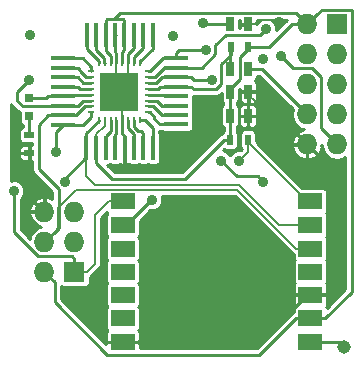
<source format=gbr>
%FSLAX46Y46*%
G04 Gerber Fmt 4.6, Leading zero omitted, Abs format (unit mm)*
G04 Created by KiCad (PCBNEW (2014-jul-16 BZR unknown)-product) date Wed 29 Oct 2014 15:34:50 GMT*
%MOMM*%
G01*
G04 APERTURE LIST*
%ADD10C,0.100000*%
%ADD11R,1.998980X1.399540*%
%ADD12R,0.635000X1.143000*%
%ADD13R,0.797560X0.797560*%
%ADD14R,0.449580X1.998980*%
%ADD15R,1.998980X0.449580*%
%ADD16R,0.248920X0.599440*%
%ADD17R,0.599440X0.248920*%
%ADD18R,3.299460X3.299460*%
%ADD19R,1.727200X1.727200*%
%ADD20O,1.727200X1.727200*%
%ADD21R,0.900000X0.500000*%
%ADD22R,0.500000X0.900000*%
%ADD23C,1.143000*%
%ADD24C,0.906400*%
%ADD25C,0.203200*%
%ADD26C,0.254000*%
G04 APERTURE END LIST*
D10*
D11*
X148894800Y-109618780D03*
X148866860Y-111620300D03*
X148866860Y-113619280D03*
X148866860Y-115570000D03*
X148866860Y-117520720D03*
X148866860Y-119519700D03*
X148866860Y-121521220D03*
X164767260Y-121521220D03*
X164767260Y-119519700D03*
X164767260Y-117520720D03*
X164767260Y-115570000D03*
X164767260Y-113619280D03*
X164767260Y-111620300D03*
X164767260Y-109618780D03*
D12*
X159512000Y-98425000D03*
X157988000Y-98425000D03*
X157988000Y-100330000D03*
X159512000Y-100330000D03*
X157950000Y-102372000D03*
X159474000Y-102372000D03*
X157988000Y-94615000D03*
X159512000Y-94615000D03*
D13*
X140970000Y-100850700D03*
X140970000Y-102349300D03*
D14*
X145813780Y-95514160D03*
X146613880Y-95514160D03*
X147413980Y-95514160D03*
X148214080Y-95514160D03*
X149014180Y-95514160D03*
X149814280Y-95514160D03*
X150614380Y-95514160D03*
X151414480Y-95514160D03*
X151409400Y-105079800D03*
X145796000Y-105079800D03*
X146608800Y-105079800D03*
X147421600Y-105079800D03*
X148209000Y-105079800D03*
X149021800Y-105079800D03*
X149809200Y-105079800D03*
X150622000Y-105079800D03*
D15*
X153416000Y-97505520D03*
X153416000Y-98303080D03*
X153416000Y-99105720D03*
X153416000Y-99903280D03*
X153416000Y-100705920D03*
X153416000Y-101503480D03*
X153416000Y-102306120D03*
X153416000Y-103103680D03*
X143814800Y-97510600D03*
X143814800Y-98298000D03*
X143814800Y-99110800D03*
X143814800Y-99898200D03*
X143814800Y-100685600D03*
X143814800Y-101498400D03*
X143814800Y-102311200D03*
X143814800Y-103124000D03*
D16*
X150337520Y-97932240D03*
X149837140Y-97932240D03*
X149336760Y-97932240D03*
X148836380Y-97932240D03*
X148338540Y-97932240D03*
X147838160Y-97932240D03*
X147337780Y-97932240D03*
X146837400Y-97932240D03*
D17*
X146187160Y-100578920D03*
X146187160Y-101076760D03*
X146187160Y-101577140D03*
X146187160Y-102077520D03*
D18*
X148590000Y-100330000D03*
D17*
X146187160Y-98579940D03*
X146187160Y-99080320D03*
X146187160Y-99580700D03*
X146187160Y-100078540D03*
D16*
X146842480Y-102727760D03*
X147342860Y-102730300D03*
X147840700Y-102730300D03*
X148341080Y-102730300D03*
X148841460Y-102730300D03*
X149341840Y-102730300D03*
X149842220Y-102730300D03*
X150342600Y-102730300D03*
D17*
X150990300Y-102080060D03*
X150990300Y-101579680D03*
X150990300Y-101079300D03*
X150990300Y-100581460D03*
X150990300Y-100081080D03*
X150990300Y-99580700D03*
X150990300Y-99080320D03*
X150990300Y-98579940D03*
D19*
X167005000Y-94615000D03*
D20*
X164465000Y-94615000D03*
X167005000Y-97155000D03*
X164465000Y-97155000D03*
X167005000Y-99695000D03*
X164465000Y-99695000D03*
X167005000Y-102235000D03*
X164465000Y-102235000D03*
X167005000Y-104775000D03*
X164465000Y-104775000D03*
D21*
X140970000Y-104025000D03*
X140970000Y-105525000D03*
D22*
X157962000Y-104404000D03*
X159462000Y-104404000D03*
X158000000Y-96520000D03*
X159500000Y-96520000D03*
D19*
X144780000Y-115570000D03*
D20*
X142240000Y-115570000D03*
X144780000Y-113030000D03*
X142240000Y-113030000D03*
X144780000Y-110490000D03*
X142240000Y-110490000D03*
D23*
X167640000Y-121920000D03*
D24*
X153124000Y-95641000D03*
X160744000Y-97546000D03*
X163919000Y-106563000D03*
X146393000Y-119136000D03*
X162268000Y-106055000D03*
X154648000Y-104531000D03*
X141059000Y-95514000D03*
X147536000Y-99578000D03*
X148590000Y-100330000D03*
X152870000Y-106690000D03*
X161379000Y-101229000D03*
X162141000Y-94445909D03*
X140932000Y-99324000D03*
X155664000Y-94498000D03*
X158712000Y-106182000D03*
X143972528Y-107981420D03*
X155918000Y-96784000D03*
X151346000Y-109484000D03*
X160998000Y-95006000D03*
X162268000Y-97292000D03*
X156426000Y-99324000D03*
X157188000Y-106182000D03*
X160744000Y-107960000D03*
X143218000Y-105420000D03*
X139662000Y-108722000D03*
D25*
X160744000Y-97546000D02*
X160617000Y-97419000D01*
D26*
X159512000Y-98425000D02*
X160655000Y-98425000D01*
X160655000Y-98425000D02*
X164465000Y-102235000D01*
X151858920Y-100081080D02*
X152036720Y-99903280D01*
X152036720Y-99903280D02*
X153416000Y-99903280D01*
X150990300Y-100081080D02*
X151858920Y-100081080D01*
X154873611Y-100107401D02*
X154669490Y-99903280D01*
X154669490Y-99903280D02*
X153416000Y-99903280D01*
X158000000Y-97224000D02*
X157209401Y-98014599D01*
X156802033Y-100107401D02*
X154873611Y-100107401D01*
X158000000Y-96520000D02*
X158000000Y-97224000D01*
X157209401Y-99700033D02*
X156802033Y-100107401D01*
X157209401Y-98014599D02*
X157209401Y-99700033D01*
X157988000Y-98425000D02*
X157988000Y-96532000D01*
X157988000Y-96532000D02*
X158000000Y-96520000D01*
D25*
X147342860Y-102730300D02*
X147342860Y-103200140D01*
X146608800Y-103934200D02*
X146608800Y-105079800D01*
X147342860Y-103200140D02*
X146608800Y-103934200D01*
D26*
X148836380Y-97932240D02*
X148836380Y-96955450D01*
X148836380Y-96955450D02*
X149014180Y-96777650D01*
X149014180Y-96777650D02*
X149014180Y-95514160D01*
X147838160Y-97340160D02*
X147413980Y-96915980D01*
X147413980Y-96915980D02*
X147413980Y-95514160D01*
X147838160Y-97932240D02*
X147838160Y-97340160D01*
X149014180Y-95514160D02*
X149014180Y-96321820D01*
X164767260Y-119519700D02*
X166020750Y-119519700D01*
X166020750Y-119519700D02*
X168249601Y-117290849D01*
X168249601Y-117290849D02*
X168249601Y-93446599D01*
X168249601Y-93446599D02*
X168173401Y-93370399D01*
X168173401Y-93370399D02*
X165709601Y-93370399D01*
X165328599Y-93751401D02*
X164465000Y-94615000D01*
X165709601Y-93370399D02*
X165328599Y-93751401D01*
X142240000Y-115570000D02*
X143103599Y-116433599D01*
X143103599Y-116433599D02*
X143103599Y-118143021D01*
X143103599Y-118143021D02*
X147562569Y-122601991D01*
X163513770Y-119519700D02*
X164767260Y-119519700D01*
X147562569Y-122601991D02*
X160431479Y-122601991D01*
X160431479Y-122601991D02*
X163513770Y-119519700D01*
X147981510Y-107706000D02*
X154156000Y-107706000D01*
X154156000Y-107706000D02*
X157458000Y-104404000D01*
X157458000Y-104404000D02*
X157962000Y-104404000D01*
X146608800Y-105079800D02*
X146608800Y-106333290D01*
X146608800Y-106333290D02*
X147981510Y-107706000D01*
X157988000Y-100330000D02*
X157988000Y-100076000D01*
X157988000Y-100076000D02*
X158813499Y-99250501D01*
X158813499Y-99250501D02*
X158813499Y-97406501D01*
X158813499Y-97406501D02*
X159500000Y-96720000D01*
X159500000Y-96720000D02*
X159500000Y-96520000D01*
X147540981Y-94133669D02*
X148128777Y-94133669D01*
X148128777Y-94133669D02*
X148887179Y-94133669D01*
X164465000Y-94615000D02*
X163512499Y-93662499D01*
X163512499Y-93662499D02*
X148599947Y-93662499D01*
X148599947Y-93662499D02*
X148128777Y-94133669D01*
X147413980Y-95514160D02*
X147413980Y-94260670D01*
X147413980Y-94260670D02*
X147540981Y-94133669D01*
X148887179Y-94133669D02*
X149014180Y-94260670D01*
X149014180Y-94260670D02*
X149014180Y-95514160D01*
X157962000Y-104404000D02*
X157962000Y-102384000D01*
X157962000Y-102384000D02*
X157950000Y-102372000D01*
X157950000Y-102372000D02*
X157950000Y-100368000D01*
X157950000Y-100368000D02*
X157988000Y-100330000D01*
X163167000Y-94615000D02*
X161262000Y-96520000D01*
X161262000Y-96520000D02*
X159500000Y-96520000D01*
X164465000Y-94615000D02*
X163167000Y-94615000D01*
D10*
X146608800Y-105079800D02*
X146608800Y-104305100D01*
D25*
X147536000Y-99578000D02*
X148288000Y-100330000D01*
X148288000Y-100330000D02*
X148590000Y-100330000D01*
D26*
X148866860Y-121521220D02*
X160467040Y-121521220D01*
X164467540Y-117520720D02*
X164767260Y-117520720D01*
X160467040Y-121521220D02*
X164467540Y-117520720D01*
X164767260Y-117520720D02*
X166020750Y-117520720D01*
X148338540Y-97078540D02*
X148214080Y-96954080D01*
X148214080Y-96954080D02*
X148214080Y-95514160D01*
X148338540Y-97932240D02*
X148338540Y-97078540D01*
X149814280Y-95514160D02*
X149814280Y-96624142D01*
X149814280Y-96624142D02*
X149341841Y-97096581D01*
X149341841Y-97096581D02*
X149341841Y-97327719D01*
X149341841Y-97327719D02*
X149341841Y-97932240D01*
X148841460Y-102730300D02*
X148841460Y-102309931D01*
X149021800Y-104111800D02*
X148841460Y-103931460D01*
X148841460Y-103931460D02*
X148841460Y-102730300D01*
X149021800Y-105079800D02*
X149021800Y-104111800D01*
X166840000Y-116701470D02*
X166840000Y-107150000D01*
X166840000Y-107150000D02*
X164465000Y-104775000D01*
X166020750Y-117520720D02*
X166840000Y-116701470D01*
X149021800Y-105079800D02*
X149021800Y-106333290D01*
X149021800Y-106333290D02*
X149378510Y-106690000D01*
X149378510Y-106690000D02*
X152870000Y-106690000D01*
X159512000Y-100330000D02*
X159512000Y-102334000D01*
X159512000Y-102334000D02*
X159474000Y-102372000D01*
X159474000Y-102372000D02*
X162062000Y-102372000D01*
X162062000Y-102372000D02*
X164465000Y-104775000D01*
D25*
X149336760Y-99583240D02*
X148590000Y-100330000D01*
X149336760Y-97932240D02*
X149336760Y-99583240D01*
X148338540Y-100078540D02*
X148590000Y-100330000D01*
X148338540Y-97932240D02*
X148338540Y-100078540D01*
X148841460Y-100581460D02*
X148590000Y-100330000D01*
X148841460Y-102730300D02*
X148841460Y-100581460D01*
D26*
X140970000Y-105525000D02*
X140970000Y-109220000D01*
X140970000Y-109220000D02*
X142240000Y-110490000D01*
D25*
X160157000Y-101229000D02*
X161379000Y-101229000D01*
X159512000Y-100584000D02*
X160157000Y-101229000D01*
X159512000Y-100330000D02*
X159512000Y-100584000D01*
X161943090Y-94247999D02*
X162141000Y-94445909D01*
X160399701Y-94247999D02*
X161943090Y-94247999D01*
X160032700Y-94615000D02*
X160399701Y-94247999D01*
X159512000Y-94615000D02*
X160032700Y-94615000D01*
D26*
X143814800Y-101498400D02*
X145065588Y-101498400D01*
X145065588Y-101498400D02*
X145487228Y-101076760D01*
X145487228Y-101076760D02*
X145633440Y-101076760D01*
X145633440Y-101076760D02*
X146187160Y-101076760D01*
X140561848Y-99694152D02*
X140678000Y-99578000D01*
X139916000Y-100340000D02*
X140561848Y-99694152D01*
X140561848Y-99694152D02*
X140932000Y-99324000D01*
X139916000Y-101102000D02*
X139916000Y-100340000D01*
X140393681Y-101579681D02*
X139916000Y-101102000D01*
X143814800Y-101498400D02*
X142561310Y-101498400D01*
X142480029Y-101579681D02*
X140393681Y-101579681D01*
X142561310Y-101498400D02*
X142480029Y-101579681D01*
X157988000Y-94615000D02*
X155781000Y-94615000D01*
X155781000Y-94615000D02*
X155664000Y-94498000D01*
D25*
X159462000Y-104404000D02*
X159462000Y-105432000D01*
X159462000Y-105432000D02*
X158712000Y-106182000D01*
X164767260Y-109618780D02*
X164467540Y-109618780D01*
X164467540Y-109618780D02*
X159462000Y-104613240D01*
X159462000Y-104613240D02*
X159462000Y-104404000D01*
D26*
X143814800Y-100685600D02*
X143921480Y-100578920D01*
X143921480Y-100578920D02*
X146187160Y-100578920D01*
X143814800Y-100685600D02*
X142561310Y-100685600D01*
X142561310Y-100685600D02*
X142396210Y-100850700D01*
X142396210Y-100850700D02*
X140970000Y-100850700D01*
X140970000Y-102349300D02*
X140970000Y-104025000D01*
X146837400Y-97932240D02*
X146837400Y-97756980D01*
X146837400Y-97756980D02*
X145813780Y-96733360D01*
X145813780Y-96733360D02*
X145813780Y-95514160D01*
X146613880Y-95514160D02*
X146613880Y-96767650D01*
X146613880Y-96767650D02*
X147294610Y-97448380D01*
X147294610Y-97448380D02*
X147294610Y-97889070D01*
X147294610Y-97889070D02*
X147332699Y-97927159D01*
X147332699Y-97927159D02*
X147332699Y-97932240D01*
X149837140Y-97932240D02*
X149837140Y-97378520D01*
X149837140Y-97378520D02*
X150614380Y-96601280D01*
X150614380Y-96601280D02*
X150614380Y-95514160D01*
X150337520Y-97932240D02*
X150337520Y-97756980D01*
X150337520Y-97756980D02*
X151414480Y-96680020D01*
X151414480Y-96680020D02*
X151414480Y-95514160D01*
X150342600Y-102730300D02*
X150721060Y-102730300D01*
X150721060Y-102730300D02*
X151409400Y-103418640D01*
X151409400Y-103418640D02*
X151409400Y-103826310D01*
X151409400Y-103826310D02*
X151409400Y-105079800D01*
X145796000Y-105079800D02*
X145796000Y-105854500D01*
X145796000Y-105854500D02*
X143972528Y-107677972D01*
X143972528Y-107677972D02*
X143972528Y-107981420D01*
X145796000Y-105079800D02*
X145796000Y-103826310D01*
X145796000Y-103826310D02*
X146837399Y-102784911D01*
X146837399Y-102784911D02*
X146837399Y-102727760D01*
D25*
X145796000Y-107490000D02*
X145796000Y-105079800D01*
X146513799Y-108207799D02*
X145796000Y-107490000D01*
X158727839Y-108207799D02*
X146513799Y-108207799D01*
X164767260Y-111620300D02*
X162140340Y-111620300D01*
X162140340Y-111620300D02*
X158727839Y-108207799D01*
D26*
X147840700Y-102730300D02*
X147840700Y-103106606D01*
X147840700Y-103106606D02*
X147855950Y-103121856D01*
X147855950Y-103121856D02*
X147855950Y-103614208D01*
X147855950Y-103614208D02*
X147421600Y-104048558D01*
X147421600Y-104048558D02*
X147421600Y-105079800D01*
X148209000Y-103985000D02*
X148341080Y-103852920D01*
X148341080Y-103852920D02*
X148341080Y-102730300D01*
X148209000Y-105079800D02*
X148209000Y-103985000D01*
X149809200Y-103908800D02*
X149341840Y-103441440D01*
X149341840Y-103441440D02*
X149341840Y-102730300D01*
X149809200Y-105079800D02*
X149809200Y-103908800D01*
X150188992Y-103642000D02*
X149842220Y-103295228D01*
X149842220Y-103295228D02*
X149842220Y-102730300D01*
X150622000Y-105079800D02*
X150622000Y-103826310D01*
X150622000Y-103826310D02*
X150437690Y-103642000D01*
X150437690Y-103642000D02*
X150188992Y-103642000D01*
X150990300Y-98579940D02*
X151165560Y-98579940D01*
X151165560Y-98579940D02*
X152239980Y-97505520D01*
X152239980Y-97505520D02*
X153416000Y-97505520D01*
X155918000Y-96784000D02*
X153658730Y-96784000D01*
X153658730Y-96784000D02*
X153416000Y-97026730D01*
X153416000Y-97026730D02*
X153416000Y-97505520D01*
X148866860Y-111620300D02*
X149166580Y-111620300D01*
X149166580Y-111620300D02*
X151302880Y-109484000D01*
X151302880Y-109484000D02*
X151346000Y-109484000D01*
X150990300Y-99080320D02*
X151566496Y-99080320D01*
X151566496Y-99080320D02*
X152343736Y-98303080D01*
X152343736Y-98303080D02*
X153416000Y-98303080D01*
X160998000Y-95006000D02*
X160487299Y-95516701D01*
X160487299Y-95516701D02*
X157592667Y-95516701D01*
X157592667Y-95516701D02*
X156701401Y-96407967D01*
X154669490Y-98303080D02*
X153416000Y-98303080D01*
X156701401Y-96407967D02*
X156701401Y-97160033D01*
X156701401Y-97160033D02*
X155558354Y-98303080D01*
X155558354Y-98303080D02*
X154669490Y-98303080D01*
X167005000Y-104775000D02*
X165658801Y-103428801D01*
X165658801Y-103428801D02*
X165658801Y-99121975D01*
X165658801Y-99121975D02*
X164885627Y-98348801D01*
X164885627Y-98348801D02*
X163324801Y-98348801D01*
X163324801Y-98348801D02*
X162268000Y-97292000D01*
X152223408Y-99070000D02*
X153380280Y-99070000D01*
X153380280Y-99070000D02*
X153416000Y-99105720D01*
X150990300Y-99580700D02*
X151712708Y-99580700D01*
X151712708Y-99580700D02*
X152223408Y-99070000D01*
X153416000Y-99105720D02*
X154669490Y-99105720D01*
X154669490Y-99105720D02*
X154887770Y-99324000D01*
X154887770Y-99324000D02*
X156426000Y-99324000D01*
X158512801Y-107506801D02*
X157188000Y-106182000D01*
X160744000Y-107960000D02*
X160290801Y-107506801D01*
X160290801Y-107506801D02*
X158512801Y-107506801D01*
X153416000Y-100705920D02*
X153291540Y-100581460D01*
X153291540Y-100581460D02*
X150990300Y-100581460D01*
X153416000Y-101503480D02*
X152162510Y-101503480D01*
X152162510Y-101503480D02*
X151738330Y-101079300D01*
X151738330Y-101079300D02*
X151544020Y-101079300D01*
X151544020Y-101079300D02*
X150990300Y-101079300D01*
X153416000Y-102306120D02*
X152162510Y-102306120D01*
X152162510Y-102306120D02*
X151436070Y-101579680D01*
X151436070Y-101579680D02*
X150990300Y-101579680D01*
X153416000Y-103103680D02*
X152013920Y-103103680D01*
X152013920Y-103103680D02*
X151544020Y-102633780D01*
X151544020Y-102633780D02*
X151544020Y-102458520D01*
X151544020Y-102458520D02*
X151165560Y-102080060D01*
X151165560Y-102080060D02*
X150990300Y-102080060D01*
X143814800Y-97510600D02*
X145496280Y-97510600D01*
X145496280Y-97510600D02*
X146187160Y-98201480D01*
X146187160Y-98201480D02*
X146187160Y-98579940D01*
X145257673Y-98569673D02*
X145768320Y-99080320D01*
X145768320Y-99080320D02*
X146187160Y-99080320D01*
X143814800Y-98298000D02*
X145068290Y-98298000D01*
X145068290Y-98298000D02*
X145257673Y-98487383D01*
X145257673Y-98487383D02*
X145257673Y-98569673D01*
X143814800Y-99110800D02*
X145068290Y-99110800D01*
X145068290Y-99110800D02*
X145538190Y-99580700D01*
X145538190Y-99580700D02*
X146187160Y-99580700D01*
X145250000Y-100079910D02*
X145251370Y-100078540D01*
X145251370Y-100078540D02*
X146187160Y-100078540D01*
X143814800Y-99898200D02*
X145068290Y-99898200D01*
X145068290Y-99898200D02*
X145250000Y-100079910D01*
X143814800Y-102311200D02*
X144899380Y-102311200D01*
X144899380Y-102311200D02*
X145633440Y-101577140D01*
X145633440Y-101577140D02*
X146187160Y-101577140D01*
X143814800Y-102311200D02*
X142561310Y-102311200D01*
X142561310Y-102311200D02*
X141750201Y-103122309D01*
X141750201Y-103122309D02*
X141750201Y-106887799D01*
X143103599Y-112166401D02*
X142240000Y-113030000D01*
X141750201Y-106887799D02*
X143433801Y-108571399D01*
X143433801Y-108571399D02*
X143433801Y-111836199D01*
X143433801Y-111836199D02*
X143103599Y-112166401D01*
D25*
X164767260Y-113619280D02*
X163564570Y-113619280D01*
X163564570Y-113619280D02*
X158559499Y-108614209D01*
X158559499Y-108614209D02*
X144926557Y-108614209D01*
X144926557Y-108614209D02*
X143408401Y-110132365D01*
X143408401Y-110132365D02*
X143408401Y-111861599D01*
X143408401Y-111861599D02*
X143103599Y-112166401D01*
X164767260Y-113619280D02*
X164625280Y-113619280D01*
D26*
X144780000Y-114452400D02*
X144551401Y-114223801D01*
X144551401Y-114223801D02*
X141666975Y-114223801D01*
X141666975Y-114223801D02*
X139662000Y-112218826D01*
X143218000Y-105420000D02*
X143218000Y-103720800D01*
X143218000Y-103720800D02*
X143814800Y-103124000D01*
X139662000Y-112218826D02*
X139662000Y-108722000D01*
X144780000Y-115570000D02*
X144780000Y-114452400D01*
X143814800Y-103124000D02*
X145519140Y-103124000D01*
X145519140Y-103124000D02*
X146187160Y-102455980D01*
X146187160Y-102455980D02*
X146187160Y-102077520D01*
D25*
X145846800Y-115570000D02*
X144780000Y-115570000D01*
X146520000Y-110790890D02*
X146520000Y-114896800D01*
X146520000Y-114896800D02*
X145846800Y-115570000D01*
X148894800Y-109618780D02*
X147692110Y-109618780D01*
X147692110Y-109618780D02*
X146520000Y-110790890D01*
D26*
X164767260Y-121521220D02*
X167241220Y-121521220D01*
X167241220Y-121521220D02*
X167640000Y-121920000D01*
G36*
X142875001Y-109381021D02*
X142517649Y-109224702D01*
X142467694Y-109214768D01*
X142265400Y-109302822D01*
X142265400Y-110464600D01*
X142285400Y-110464600D01*
X142285400Y-110515400D01*
X142265400Y-110515400D01*
X142265400Y-110535400D01*
X142214600Y-110535400D01*
X142214600Y-110515400D01*
X142214600Y-110464600D01*
X142214600Y-109302822D01*
X142012306Y-109214768D01*
X141962351Y-109224702D01*
X141499277Y-109427269D01*
X141148972Y-109791627D01*
X140964766Y-110262306D01*
X141052797Y-110464600D01*
X142214600Y-110464600D01*
X142214600Y-110515400D01*
X141052797Y-110515400D01*
X140964766Y-110717694D01*
X141148972Y-111188373D01*
X141499277Y-111552731D01*
X141962351Y-111755298D01*
X141985358Y-111759873D01*
X141744272Y-111807828D01*
X141324014Y-112088636D01*
X141043206Y-112508894D01*
X140993287Y-112759851D01*
X140944600Y-112711164D01*
X140944600Y-106098850D01*
X140944600Y-105550400D01*
X140944600Y-105499600D01*
X140944600Y-104951150D01*
X140836650Y-104843200D01*
X140605890Y-104843200D01*
X140434109Y-104843200D01*
X140275405Y-104908938D01*
X140153937Y-105030405D01*
X140088200Y-105189110D01*
X140088200Y-105391650D01*
X140196150Y-105499600D01*
X140944600Y-105499600D01*
X140944600Y-105550400D01*
X140196150Y-105550400D01*
X140088200Y-105658350D01*
X140088200Y-105860890D01*
X140153937Y-106019595D01*
X140275405Y-106141062D01*
X140434109Y-106206800D01*
X140605890Y-106206800D01*
X140836650Y-106206800D01*
X140944600Y-106098850D01*
X140944600Y-112711164D01*
X140220800Y-111987364D01*
X140220800Y-109414662D01*
X140411829Y-109223967D01*
X140546846Y-108898810D01*
X140547153Y-108546735D01*
X140412704Y-108221343D01*
X140163967Y-107972171D01*
X139838810Y-107837154D01*
X139486735Y-107836847D01*
X139441800Y-107855413D01*
X139441800Y-101378796D01*
X139520869Y-101497131D01*
X139998550Y-101974812D01*
X140139420Y-102068939D01*
X140139420Y-102833970D01*
X140205157Y-102992675D01*
X140326625Y-103114142D01*
X140411200Y-103149174D01*
X140411200Y-103352689D01*
X140275405Y-103408937D01*
X140153938Y-103530405D01*
X140088200Y-103689109D01*
X140088200Y-103860890D01*
X140088200Y-104360890D01*
X140153937Y-104519595D01*
X140275405Y-104641062D01*
X140434109Y-104706800D01*
X140605890Y-104706800D01*
X141191401Y-104706800D01*
X141191401Y-104843200D01*
X141103350Y-104843200D01*
X140995400Y-104951150D01*
X140995400Y-105499600D01*
X141015400Y-105499600D01*
X141015400Y-105550400D01*
X140995400Y-105550400D01*
X140995400Y-106098850D01*
X141103350Y-106206800D01*
X141191401Y-106206800D01*
X141191401Y-106887799D01*
X141233937Y-107101643D01*
X141355070Y-107282930D01*
X142875001Y-108802861D01*
X142875001Y-109381021D01*
X142875001Y-109381021D01*
G37*
X142875001Y-109381021D02*
X142517649Y-109224702D01*
X142467694Y-109214768D01*
X142265400Y-109302822D01*
X142265400Y-110464600D01*
X142285400Y-110464600D01*
X142285400Y-110515400D01*
X142265400Y-110515400D01*
X142265400Y-110535400D01*
X142214600Y-110535400D01*
X142214600Y-110515400D01*
X142214600Y-110464600D01*
X142214600Y-109302822D01*
X142012306Y-109214768D01*
X141962351Y-109224702D01*
X141499277Y-109427269D01*
X141148972Y-109791627D01*
X140964766Y-110262306D01*
X141052797Y-110464600D01*
X142214600Y-110464600D01*
X142214600Y-110515400D01*
X141052797Y-110515400D01*
X140964766Y-110717694D01*
X141148972Y-111188373D01*
X141499277Y-111552731D01*
X141962351Y-111755298D01*
X141985358Y-111759873D01*
X141744272Y-111807828D01*
X141324014Y-112088636D01*
X141043206Y-112508894D01*
X140993287Y-112759851D01*
X140944600Y-112711164D01*
X140944600Y-106098850D01*
X140944600Y-105550400D01*
X140944600Y-105499600D01*
X140944600Y-104951150D01*
X140836650Y-104843200D01*
X140605890Y-104843200D01*
X140434109Y-104843200D01*
X140275405Y-104908938D01*
X140153937Y-105030405D01*
X140088200Y-105189110D01*
X140088200Y-105391650D01*
X140196150Y-105499600D01*
X140944600Y-105499600D01*
X140944600Y-105550400D01*
X140196150Y-105550400D01*
X140088200Y-105658350D01*
X140088200Y-105860890D01*
X140153937Y-106019595D01*
X140275405Y-106141062D01*
X140434109Y-106206800D01*
X140605890Y-106206800D01*
X140836650Y-106206800D01*
X140944600Y-106098850D01*
X140944600Y-112711164D01*
X140220800Y-111987364D01*
X140220800Y-109414662D01*
X140411829Y-109223967D01*
X140546846Y-108898810D01*
X140547153Y-108546735D01*
X140412704Y-108221343D01*
X140163967Y-107972171D01*
X139838810Y-107837154D01*
X139486735Y-107836847D01*
X139441800Y-107855413D01*
X139441800Y-101378796D01*
X139520869Y-101497131D01*
X139998550Y-101974812D01*
X140139420Y-102068939D01*
X140139420Y-102833970D01*
X140205157Y-102992675D01*
X140326625Y-103114142D01*
X140411200Y-103149174D01*
X140411200Y-103352689D01*
X140275405Y-103408937D01*
X140153938Y-103530405D01*
X140088200Y-103689109D01*
X140088200Y-103860890D01*
X140088200Y-104360890D01*
X140153937Y-104519595D01*
X140275405Y-104641062D01*
X140434109Y-104706800D01*
X140605890Y-104706800D01*
X141191401Y-104706800D01*
X141191401Y-104843200D01*
X141103350Y-104843200D01*
X140995400Y-104951150D01*
X140995400Y-105499600D01*
X141015400Y-105499600D01*
X141015400Y-105550400D01*
X140995400Y-105550400D01*
X140995400Y-106098850D01*
X141103350Y-106206800D01*
X141191401Y-106206800D01*
X141191401Y-106887799D01*
X141233937Y-107101643D01*
X141355070Y-107282930D01*
X142875001Y-108802861D01*
X142875001Y-109381021D01*
G36*
X148259480Y-95539560D02*
X148239480Y-95539560D01*
X148239480Y-95559560D01*
X148188680Y-95559560D01*
X148188680Y-95539560D01*
X148168680Y-95539560D01*
X148168680Y-95488760D01*
X148188680Y-95488760D01*
X148188680Y-95468760D01*
X148239480Y-95468760D01*
X148239480Y-95488760D01*
X148259480Y-95488760D01*
X148259480Y-95539560D01*
X148259480Y-95539560D01*
G37*
X148259480Y-95539560D02*
X148239480Y-95539560D01*
X148239480Y-95559560D01*
X148188680Y-95559560D01*
X148188680Y-95539560D01*
X148168680Y-95539560D01*
X148168680Y-95488760D01*
X148188680Y-95488760D01*
X148188680Y-95468760D01*
X148239480Y-95468760D01*
X148239480Y-95488760D01*
X148259480Y-95488760D01*
X148259480Y-95539560D01*
G36*
X148635400Y-100355400D02*
X148615400Y-100355400D01*
X148615400Y-100375400D01*
X148564600Y-100375400D01*
X148564600Y-100355400D01*
X148544600Y-100355400D01*
X148544600Y-100304600D01*
X148564600Y-100304600D01*
X148564600Y-100284600D01*
X148615400Y-100284600D01*
X148615400Y-100304600D01*
X148635400Y-100304600D01*
X148635400Y-100355400D01*
X148635400Y-100355400D01*
G37*
X148635400Y-100355400D02*
X148615400Y-100355400D01*
X148615400Y-100375400D01*
X148564600Y-100375400D01*
X148564600Y-100355400D01*
X148544600Y-100355400D01*
X148544600Y-100304600D01*
X148564600Y-100304600D01*
X148564600Y-100284600D01*
X148615400Y-100284600D01*
X148615400Y-100304600D01*
X148635400Y-100304600D01*
X148635400Y-100355400D01*
G36*
X149859680Y-95539560D02*
X149839680Y-95539560D01*
X149839680Y-95559560D01*
X149788880Y-95559560D01*
X149788880Y-95539560D01*
X149768880Y-95539560D01*
X149768880Y-95488760D01*
X149788880Y-95488760D01*
X149788880Y-95468760D01*
X149839680Y-95468760D01*
X149839680Y-95488760D01*
X149859680Y-95488760D01*
X149859680Y-95539560D01*
X149859680Y-95539560D01*
G37*
X149859680Y-95539560D02*
X149839680Y-95539560D01*
X149839680Y-95559560D01*
X149788880Y-95559560D01*
X149788880Y-95539560D01*
X149768880Y-95539560D01*
X149768880Y-95488760D01*
X149788880Y-95488760D01*
X149788880Y-95468760D01*
X149839680Y-95468760D01*
X149839680Y-95488760D01*
X149859680Y-95488760D01*
X149859680Y-95539560D01*
G36*
X157403200Y-103652142D02*
X157345938Y-103709405D01*
X157280200Y-103868109D01*
X157280200Y-103880566D01*
X157244156Y-103887736D01*
X157062869Y-104008869D01*
X153924538Y-107147200D01*
X148212971Y-107147200D01*
X147576861Y-106511090D01*
X147732280Y-106511090D01*
X147815300Y-106476702D01*
X147898319Y-106511090D01*
X148070100Y-106511090D01*
X148519680Y-106511090D01*
X148615400Y-106471441D01*
X148711119Y-106511090D01*
X148882900Y-106511090D01*
X148888450Y-106511090D01*
X148996400Y-106403140D01*
X148996400Y-105105200D01*
X148976400Y-105105200D01*
X148976400Y-105054400D01*
X148996400Y-105054400D01*
X148996400Y-105034400D01*
X149047200Y-105034400D01*
X149047200Y-105054400D01*
X149067200Y-105054400D01*
X149067200Y-105105200D01*
X149047200Y-105105200D01*
X149047200Y-106403140D01*
X149155150Y-106511090D01*
X149160700Y-106511090D01*
X149332481Y-106511090D01*
X149415500Y-106476702D01*
X149498519Y-106511090D01*
X149670300Y-106511090D01*
X150119880Y-106511090D01*
X150215600Y-106471441D01*
X150311319Y-106511090D01*
X150483100Y-106511090D01*
X150932680Y-106511090D01*
X151015700Y-106476702D01*
X151098719Y-106511090D01*
X151270500Y-106511090D01*
X151720080Y-106511090D01*
X151878785Y-106445353D01*
X152000252Y-106323885D01*
X152065990Y-106165181D01*
X152065990Y-105993400D01*
X152065990Y-103994420D01*
X152000253Y-103835715D01*
X151968200Y-103803662D01*
X151968200Y-103653385D01*
X152013920Y-103662480D01*
X152139862Y-103662480D01*
X152171915Y-103694532D01*
X152330619Y-103760270D01*
X152502400Y-103760270D01*
X154501380Y-103760270D01*
X154660085Y-103694533D01*
X154781552Y-103573065D01*
X154847290Y-103414361D01*
X154847290Y-103242580D01*
X154847290Y-102793000D01*
X154810798Y-102704899D01*
X154847290Y-102616801D01*
X154847290Y-102445020D01*
X154847290Y-101995440D01*
X154809745Y-101904799D01*
X154847290Y-101814161D01*
X154847290Y-101642380D01*
X154847290Y-101192800D01*
X154810798Y-101104699D01*
X154847290Y-101016601D01*
X154847290Y-100844820D01*
X154847290Y-100660965D01*
X154873611Y-100666201D01*
X156802033Y-100666201D01*
X157015876Y-100623665D01*
X157015877Y-100623665D01*
X157197164Y-100502532D01*
X157238700Y-100460996D01*
X157238700Y-100987390D01*
X157304437Y-101146095D01*
X157391200Y-101232857D01*
X157391200Y-101433072D01*
X157387905Y-101434437D01*
X157266438Y-101555905D01*
X157200700Y-101714609D01*
X157200700Y-101886390D01*
X157200700Y-103029390D01*
X157266437Y-103188095D01*
X157387905Y-103309562D01*
X157403200Y-103315897D01*
X157403200Y-103652142D01*
X157403200Y-103652142D01*
G37*
X157403200Y-103652142D02*
X157345938Y-103709405D01*
X157280200Y-103868109D01*
X157280200Y-103880566D01*
X157244156Y-103887736D01*
X157062869Y-104008869D01*
X153924538Y-107147200D01*
X148212971Y-107147200D01*
X147576861Y-106511090D01*
X147732280Y-106511090D01*
X147815300Y-106476702D01*
X147898319Y-106511090D01*
X148070100Y-106511090D01*
X148519680Y-106511090D01*
X148615400Y-106471441D01*
X148711119Y-106511090D01*
X148882900Y-106511090D01*
X148888450Y-106511090D01*
X148996400Y-106403140D01*
X148996400Y-105105200D01*
X148976400Y-105105200D01*
X148976400Y-105054400D01*
X148996400Y-105054400D01*
X148996400Y-105034400D01*
X149047200Y-105034400D01*
X149047200Y-105054400D01*
X149067200Y-105054400D01*
X149067200Y-105105200D01*
X149047200Y-105105200D01*
X149047200Y-106403140D01*
X149155150Y-106511090D01*
X149160700Y-106511090D01*
X149332481Y-106511090D01*
X149415500Y-106476702D01*
X149498519Y-106511090D01*
X149670300Y-106511090D01*
X150119880Y-106511090D01*
X150215600Y-106471441D01*
X150311319Y-106511090D01*
X150483100Y-106511090D01*
X150932680Y-106511090D01*
X151015700Y-106476702D01*
X151098719Y-106511090D01*
X151270500Y-106511090D01*
X151720080Y-106511090D01*
X151878785Y-106445353D01*
X152000252Y-106323885D01*
X152065990Y-106165181D01*
X152065990Y-105993400D01*
X152065990Y-103994420D01*
X152000253Y-103835715D01*
X151968200Y-103803662D01*
X151968200Y-103653385D01*
X152013920Y-103662480D01*
X152139862Y-103662480D01*
X152171915Y-103694532D01*
X152330619Y-103760270D01*
X152502400Y-103760270D01*
X154501380Y-103760270D01*
X154660085Y-103694533D01*
X154781552Y-103573065D01*
X154847290Y-103414361D01*
X154847290Y-103242580D01*
X154847290Y-102793000D01*
X154810798Y-102704899D01*
X154847290Y-102616801D01*
X154847290Y-102445020D01*
X154847290Y-101995440D01*
X154809745Y-101904799D01*
X154847290Y-101814161D01*
X154847290Y-101642380D01*
X154847290Y-101192800D01*
X154810798Y-101104699D01*
X154847290Y-101016601D01*
X154847290Y-100844820D01*
X154847290Y-100660965D01*
X154873611Y-100666201D01*
X156802033Y-100666201D01*
X157015876Y-100623665D01*
X157015877Y-100623665D01*
X157197164Y-100502532D01*
X157238700Y-100460996D01*
X157238700Y-100987390D01*
X157304437Y-101146095D01*
X157391200Y-101232857D01*
X157391200Y-101433072D01*
X157387905Y-101434437D01*
X157266438Y-101555905D01*
X157200700Y-101714609D01*
X157200700Y-101886390D01*
X157200700Y-103029390D01*
X157266437Y-103188095D01*
X157387905Y-103309562D01*
X157403200Y-103315897D01*
X157403200Y-103652142D01*
G36*
X159557400Y-94640400D02*
X159537400Y-94640400D01*
X159537400Y-94660400D01*
X159486600Y-94660400D01*
X159486600Y-94640400D01*
X158870650Y-94640400D01*
X158762700Y-94748350D01*
X158762700Y-94957901D01*
X158737300Y-94957901D01*
X158737300Y-94221299D01*
X158762700Y-94221299D01*
X158762700Y-94481650D01*
X158870650Y-94589600D01*
X159486600Y-94589600D01*
X159486600Y-94569600D01*
X159537400Y-94569600D01*
X159537400Y-94589600D01*
X159557400Y-94589600D01*
X159557400Y-94640400D01*
X159557400Y-94640400D01*
G37*
X159557400Y-94640400D02*
X159537400Y-94640400D01*
X159537400Y-94660400D01*
X159486600Y-94660400D01*
X159486600Y-94640400D01*
X158870650Y-94640400D01*
X158762700Y-94748350D01*
X158762700Y-94957901D01*
X158737300Y-94957901D01*
X158737300Y-94221299D01*
X158762700Y-94221299D01*
X158762700Y-94481650D01*
X158870650Y-94589600D01*
X159486600Y-94589600D01*
X159486600Y-94569600D01*
X159537400Y-94569600D01*
X159537400Y-94589600D01*
X159557400Y-94589600D01*
X159557400Y-94640400D01*
G36*
X160579622Y-94221299D02*
X160497343Y-94255296D01*
X160248171Y-94504033D01*
X160212640Y-94589598D01*
X160153352Y-94589598D01*
X160261300Y-94481650D01*
X160261300Y-94221299D01*
X160579622Y-94221299D01*
X160579622Y-94221299D01*
G37*
X160579622Y-94221299D02*
X160497343Y-94255296D01*
X160248171Y-94504033D01*
X160212640Y-94589598D01*
X160153352Y-94589598D01*
X160261300Y-94481650D01*
X160261300Y-94221299D01*
X160579622Y-94221299D01*
G36*
X162770439Y-94221299D02*
X161882910Y-95108827D01*
X161883153Y-94830735D01*
X161748704Y-94505343D01*
X161499967Y-94256171D01*
X161415985Y-94221299D01*
X162770439Y-94221299D01*
X162770439Y-94221299D01*
G37*
X162770439Y-94221299D02*
X161882910Y-95108827D01*
X161883153Y-94830735D01*
X161748704Y-94505343D01*
X161499967Y-94256171D01*
X161415985Y-94221299D01*
X162770439Y-94221299D01*
G36*
X167050400Y-99720400D02*
X167030400Y-99720400D01*
X167030400Y-99740400D01*
X166979600Y-99740400D01*
X166979600Y-99720400D01*
X166959600Y-99720400D01*
X166959600Y-99669600D01*
X166979600Y-99669600D01*
X166979600Y-99649600D01*
X167030400Y-99649600D01*
X167030400Y-99669600D01*
X167050400Y-99669600D01*
X167050400Y-99720400D01*
X167050400Y-99720400D01*
G37*
X167050400Y-99720400D02*
X167030400Y-99720400D01*
X167030400Y-99740400D01*
X166979600Y-99740400D01*
X166979600Y-99720400D01*
X166959600Y-99720400D01*
X166959600Y-99669600D01*
X166979600Y-99669600D01*
X166979600Y-99649600D01*
X167030400Y-99649600D01*
X167030400Y-99669600D01*
X167050400Y-99669600D01*
X167050400Y-99720400D01*
G36*
X167690801Y-117059387D02*
X166145126Y-118605061D01*
X166132813Y-118575335D01*
X166077687Y-118520209D01*
X166132812Y-118465085D01*
X166198550Y-118306381D01*
X166198550Y-118134600D01*
X166198550Y-117654070D01*
X166090600Y-117546120D01*
X164792660Y-117546120D01*
X164792660Y-117566120D01*
X164741860Y-117566120D01*
X164741860Y-117546120D01*
X163443920Y-117546120D01*
X163335970Y-117654070D01*
X163335970Y-118134600D01*
X163335970Y-118306381D01*
X163401708Y-118465085D01*
X163456832Y-118520210D01*
X163401708Y-118575335D01*
X163335970Y-118734039D01*
X163335970Y-118905820D01*
X163335970Y-118996265D01*
X163299927Y-119003435D01*
X163118639Y-119124569D01*
X160200017Y-122043191D01*
X150298150Y-122043191D01*
X150298150Y-121654570D01*
X150190200Y-121546620D01*
X148892260Y-121546620D01*
X148892260Y-121566620D01*
X148841460Y-121566620D01*
X148841460Y-121546620D01*
X147543520Y-121546620D01*
X147435570Y-121654570D01*
X147435570Y-121684730D01*
X143662399Y-117911559D01*
X143662399Y-116790256D01*
X143671805Y-116799662D01*
X143830509Y-116865400D01*
X144002290Y-116865400D01*
X145729490Y-116865400D01*
X145888195Y-116799663D01*
X146009662Y-116678195D01*
X146075400Y-116519491D01*
X146075400Y-116347710D01*
X146075400Y-116046442D01*
X146223971Y-115947171D01*
X146897167Y-115273973D01*
X146897171Y-115273971D01*
X146897171Y-115273970D01*
X147012797Y-115100923D01*
X147053400Y-114896800D01*
X147053401Y-114896800D01*
X147053400Y-114896794D01*
X147053400Y-111011832D01*
X147521292Y-110543939D01*
X147529247Y-110563145D01*
X147571672Y-110605570D01*
X147501308Y-110675935D01*
X147435570Y-110834639D01*
X147435570Y-111006420D01*
X147435570Y-112405960D01*
X147501307Y-112564665D01*
X147556432Y-112619790D01*
X147501308Y-112674915D01*
X147435570Y-112833619D01*
X147435570Y-113005400D01*
X147435570Y-114404940D01*
X147501307Y-114563645D01*
X147532302Y-114594640D01*
X147501308Y-114625635D01*
X147435570Y-114784339D01*
X147435570Y-114956120D01*
X147435570Y-116355660D01*
X147501307Y-116514365D01*
X147532302Y-116545360D01*
X147501308Y-116576355D01*
X147435570Y-116735059D01*
X147435570Y-116906840D01*
X147435570Y-118306380D01*
X147501307Y-118465085D01*
X147556432Y-118520210D01*
X147501308Y-118575335D01*
X147435570Y-118734039D01*
X147435570Y-118905820D01*
X147435570Y-120305360D01*
X147501307Y-120464065D01*
X147557702Y-120520460D01*
X147501308Y-120576855D01*
X147435570Y-120735559D01*
X147435570Y-120907340D01*
X147435570Y-121387870D01*
X147543520Y-121495820D01*
X148841460Y-121495820D01*
X148841460Y-121475820D01*
X148892260Y-121475820D01*
X148892260Y-121495820D01*
X150190200Y-121495820D01*
X150298150Y-121387870D01*
X150298150Y-120907340D01*
X150298150Y-120735559D01*
X150232412Y-120576855D01*
X150176017Y-120520460D01*
X150232412Y-120464065D01*
X150298150Y-120305361D01*
X150298150Y-120133580D01*
X150298150Y-118734040D01*
X150232413Y-118575335D01*
X150177287Y-118520209D01*
X150232412Y-118465085D01*
X150298150Y-118306381D01*
X150298150Y-118134600D01*
X150298150Y-116735060D01*
X150232413Y-116576355D01*
X150201417Y-116545359D01*
X150232412Y-116514365D01*
X150298150Y-116355661D01*
X150298150Y-116183880D01*
X150298150Y-114784340D01*
X150232413Y-114625635D01*
X150201417Y-114594639D01*
X150232412Y-114563645D01*
X150298150Y-114404941D01*
X150298150Y-114233160D01*
X150298150Y-112833620D01*
X150232413Y-112674915D01*
X150177287Y-112619789D01*
X150232412Y-112564665D01*
X150298150Y-112405961D01*
X150298150Y-112234180D01*
X150298150Y-111278992D01*
X151208262Y-110368880D01*
X151521265Y-110369153D01*
X151846657Y-110234704D01*
X152095829Y-109985967D01*
X152230846Y-109660810D01*
X152231153Y-109308735D01*
X152164577Y-109147609D01*
X158338557Y-109147609D01*
X163187399Y-113996451D01*
X163335970Y-114095722D01*
X163335970Y-114404940D01*
X163401707Y-114563645D01*
X163432702Y-114594640D01*
X163401708Y-114625635D01*
X163335970Y-114784339D01*
X163335970Y-114956120D01*
X163335970Y-116355660D01*
X163401707Y-116514365D01*
X163432702Y-116545360D01*
X163401708Y-116576355D01*
X163335970Y-116735059D01*
X163335970Y-116906840D01*
X163335970Y-117387370D01*
X163443920Y-117495320D01*
X164741860Y-117495320D01*
X164741860Y-117475320D01*
X164792660Y-117475320D01*
X164792660Y-117495320D01*
X166090600Y-117495320D01*
X166198550Y-117387370D01*
X166198550Y-116906840D01*
X166198550Y-116735059D01*
X166132812Y-116576355D01*
X166101817Y-116545360D01*
X166132812Y-116514365D01*
X166198550Y-116355661D01*
X166198550Y-116183880D01*
X166198550Y-114784340D01*
X166132813Y-114625635D01*
X166101817Y-114594639D01*
X166132812Y-114563645D01*
X166198550Y-114404941D01*
X166198550Y-114233160D01*
X166198550Y-112833620D01*
X166132813Y-112674915D01*
X166077687Y-112619789D01*
X166132812Y-112564665D01*
X166198550Y-112405961D01*
X166198550Y-112234180D01*
X166198550Y-110834640D01*
X166132813Y-110675935D01*
X166076417Y-110619539D01*
X166132812Y-110563145D01*
X166198550Y-110404441D01*
X166198550Y-110232660D01*
X166198550Y-108833120D01*
X166132813Y-108674415D01*
X166011345Y-108552948D01*
X165852641Y-108487210D01*
X165740234Y-108487210D01*
X165680860Y-108487210D01*
X164439600Y-108487210D01*
X164439600Y-105962178D01*
X164439600Y-104800400D01*
X163277797Y-104800400D01*
X163189766Y-105002694D01*
X163373972Y-105473373D01*
X163724277Y-105837731D01*
X164187351Y-106040298D01*
X164237306Y-106050232D01*
X164439600Y-105962178D01*
X164439600Y-108487210D01*
X164090311Y-108487210D01*
X160261300Y-104658198D01*
X160261300Y-100987391D01*
X160261300Y-100815610D01*
X160261300Y-100463350D01*
X160153350Y-100355400D01*
X159537400Y-100355400D01*
X159537400Y-101225350D01*
X159645350Y-101333300D01*
X159915390Y-101333300D01*
X160074095Y-101267563D01*
X160195562Y-101146095D01*
X160261300Y-100987391D01*
X160261300Y-104658198D01*
X160223300Y-104620198D01*
X160223300Y-103029391D01*
X160223300Y-102857610D01*
X160223300Y-102505350D01*
X160223300Y-102238650D01*
X160223300Y-101886390D01*
X160223300Y-101714609D01*
X160157562Y-101555905D01*
X160036095Y-101434437D01*
X159877390Y-101368700D01*
X159607350Y-101368700D01*
X159499400Y-101476650D01*
X159499400Y-102346600D01*
X160115350Y-102346600D01*
X160223300Y-102238650D01*
X160223300Y-102505350D01*
X160115350Y-102397400D01*
X159499400Y-102397400D01*
X159499400Y-103267350D01*
X159607350Y-103375300D01*
X159877390Y-103375300D01*
X160036095Y-103309563D01*
X160157562Y-103188095D01*
X160223300Y-103029391D01*
X160223300Y-104620198D01*
X160143800Y-104540698D01*
X160143800Y-103868110D01*
X160078063Y-103709405D01*
X159956595Y-103587938D01*
X159797891Y-103522200D01*
X159626110Y-103522200D01*
X159486600Y-103522200D01*
X159486600Y-101225350D01*
X159486600Y-100355400D01*
X158870650Y-100355400D01*
X158762700Y-100463350D01*
X158762700Y-100815610D01*
X158762700Y-100987391D01*
X158828438Y-101146095D01*
X158949905Y-101267563D01*
X159108610Y-101333300D01*
X159378650Y-101333300D01*
X159486600Y-101225350D01*
X159486600Y-103522200D01*
X159448600Y-103522200D01*
X159448600Y-103267350D01*
X159448600Y-102397400D01*
X159448600Y-102346600D01*
X159448600Y-101476650D01*
X159340650Y-101368700D01*
X159070610Y-101368700D01*
X158911905Y-101434437D01*
X158790438Y-101555905D01*
X158724700Y-101714609D01*
X158724700Y-101886390D01*
X158724700Y-102238650D01*
X158832650Y-102346600D01*
X159448600Y-102346600D01*
X159448600Y-102397400D01*
X158832650Y-102397400D01*
X158724700Y-102505350D01*
X158724700Y-102857610D01*
X158724700Y-103029391D01*
X158790438Y-103188095D01*
X158911905Y-103309563D01*
X159070610Y-103375300D01*
X159340650Y-103375300D01*
X159448600Y-103267350D01*
X159448600Y-103522200D01*
X159126110Y-103522200D01*
X158967405Y-103587937D01*
X158845938Y-103709405D01*
X158780200Y-103868109D01*
X158780200Y-104039890D01*
X158780200Y-104939890D01*
X158845937Y-105098595D01*
X158928600Y-105181257D01*
X158928600Y-105211058D01*
X158842544Y-105297113D01*
X158536735Y-105296847D01*
X158211343Y-105431296D01*
X157962171Y-105680033D01*
X157950137Y-105709013D01*
X157938704Y-105681343D01*
X157689967Y-105432171D01*
X157364810Y-105297154D01*
X157355116Y-105297145D01*
X157449802Y-105202459D01*
X157467405Y-105220062D01*
X157626109Y-105285800D01*
X157797890Y-105285800D01*
X158297890Y-105285800D01*
X158456595Y-105220063D01*
X158578062Y-105098595D01*
X158643800Y-104939891D01*
X158643800Y-104768110D01*
X158643800Y-103868110D01*
X158578063Y-103709405D01*
X158520800Y-103652142D01*
X158520800Y-103300857D01*
X158633562Y-103188095D01*
X158699300Y-103029391D01*
X158699300Y-102857610D01*
X158699300Y-101714610D01*
X158633563Y-101555905D01*
X158512095Y-101434438D01*
X158508800Y-101433073D01*
X158508800Y-101284667D01*
X158550095Y-101267563D01*
X158671562Y-101146095D01*
X158737300Y-100987391D01*
X158737300Y-100815610D01*
X158737300Y-100116962D01*
X158762700Y-100091562D01*
X158762700Y-100196650D01*
X158870650Y-100304600D01*
X159486600Y-100304600D01*
X159486600Y-100284600D01*
X159537400Y-100284600D01*
X159537400Y-100304600D01*
X160153350Y-100304600D01*
X160261300Y-100196650D01*
X160261300Y-99844390D01*
X160261300Y-99672609D01*
X160195562Y-99513905D01*
X160074095Y-99392437D01*
X160038033Y-99377500D01*
X160074095Y-99362563D01*
X160195562Y-99241095D01*
X160261300Y-99082391D01*
X160261300Y-98983800D01*
X160423537Y-98983800D01*
X163249196Y-101809459D01*
X163169600Y-102209622D01*
X163169600Y-102260378D01*
X163268206Y-102756106D01*
X163549014Y-103176364D01*
X163969272Y-103457172D01*
X164210358Y-103505126D01*
X164187351Y-103509702D01*
X163724277Y-103712269D01*
X163373972Y-104076627D01*
X163189766Y-104547306D01*
X163277797Y-104749600D01*
X164439600Y-104749600D01*
X164439600Y-104729600D01*
X164490400Y-104729600D01*
X164490400Y-104749600D01*
X164510400Y-104749600D01*
X164510400Y-104800400D01*
X164490400Y-104800400D01*
X164490400Y-105962178D01*
X164692694Y-106050232D01*
X164742649Y-106040298D01*
X165205723Y-105837731D01*
X165556028Y-105473373D01*
X165740234Y-105002694D01*
X165652203Y-104800402D01*
X165709604Y-104800402D01*
X165808206Y-105296106D01*
X166089014Y-105716364D01*
X166509272Y-105997172D01*
X167005000Y-106095778D01*
X167500728Y-105997172D01*
X167690801Y-105870169D01*
X167690801Y-117059387D01*
X167690801Y-117059387D01*
G37*
X167690801Y-117059387D02*
X166145126Y-118605061D01*
X166132813Y-118575335D01*
X166077687Y-118520209D01*
X166132812Y-118465085D01*
X166198550Y-118306381D01*
X166198550Y-118134600D01*
X166198550Y-117654070D01*
X166090600Y-117546120D01*
X164792660Y-117546120D01*
X164792660Y-117566120D01*
X164741860Y-117566120D01*
X164741860Y-117546120D01*
X163443920Y-117546120D01*
X163335970Y-117654070D01*
X163335970Y-118134600D01*
X163335970Y-118306381D01*
X163401708Y-118465085D01*
X163456832Y-118520210D01*
X163401708Y-118575335D01*
X163335970Y-118734039D01*
X163335970Y-118905820D01*
X163335970Y-118996265D01*
X163299927Y-119003435D01*
X163118639Y-119124569D01*
X160200017Y-122043191D01*
X150298150Y-122043191D01*
X150298150Y-121654570D01*
X150190200Y-121546620D01*
X148892260Y-121546620D01*
X148892260Y-121566620D01*
X148841460Y-121566620D01*
X148841460Y-121546620D01*
X147543520Y-121546620D01*
X147435570Y-121654570D01*
X147435570Y-121684730D01*
X143662399Y-117911559D01*
X143662399Y-116790256D01*
X143671805Y-116799662D01*
X143830509Y-116865400D01*
X144002290Y-116865400D01*
X145729490Y-116865400D01*
X145888195Y-116799663D01*
X146009662Y-116678195D01*
X146075400Y-116519491D01*
X146075400Y-116347710D01*
X146075400Y-116046442D01*
X146223971Y-115947171D01*
X146897167Y-115273973D01*
X146897171Y-115273971D01*
X146897171Y-115273970D01*
X147012797Y-115100923D01*
X147053400Y-114896800D01*
X147053401Y-114896800D01*
X147053400Y-114896794D01*
X147053400Y-111011832D01*
X147521292Y-110543939D01*
X147529247Y-110563145D01*
X147571672Y-110605570D01*
X147501308Y-110675935D01*
X147435570Y-110834639D01*
X147435570Y-111006420D01*
X147435570Y-112405960D01*
X147501307Y-112564665D01*
X147556432Y-112619790D01*
X147501308Y-112674915D01*
X147435570Y-112833619D01*
X147435570Y-113005400D01*
X147435570Y-114404940D01*
X147501307Y-114563645D01*
X147532302Y-114594640D01*
X147501308Y-114625635D01*
X147435570Y-114784339D01*
X147435570Y-114956120D01*
X147435570Y-116355660D01*
X147501307Y-116514365D01*
X147532302Y-116545360D01*
X147501308Y-116576355D01*
X147435570Y-116735059D01*
X147435570Y-116906840D01*
X147435570Y-118306380D01*
X147501307Y-118465085D01*
X147556432Y-118520210D01*
X147501308Y-118575335D01*
X147435570Y-118734039D01*
X147435570Y-118905820D01*
X147435570Y-120305360D01*
X147501307Y-120464065D01*
X147557702Y-120520460D01*
X147501308Y-120576855D01*
X147435570Y-120735559D01*
X147435570Y-120907340D01*
X147435570Y-121387870D01*
X147543520Y-121495820D01*
X148841460Y-121495820D01*
X148841460Y-121475820D01*
X148892260Y-121475820D01*
X148892260Y-121495820D01*
X150190200Y-121495820D01*
X150298150Y-121387870D01*
X150298150Y-120907340D01*
X150298150Y-120735559D01*
X150232412Y-120576855D01*
X150176017Y-120520460D01*
X150232412Y-120464065D01*
X150298150Y-120305361D01*
X150298150Y-120133580D01*
X150298150Y-118734040D01*
X150232413Y-118575335D01*
X150177287Y-118520209D01*
X150232412Y-118465085D01*
X150298150Y-118306381D01*
X150298150Y-118134600D01*
X150298150Y-116735060D01*
X150232413Y-116576355D01*
X150201417Y-116545359D01*
X150232412Y-116514365D01*
X150298150Y-116355661D01*
X150298150Y-116183880D01*
X150298150Y-114784340D01*
X150232413Y-114625635D01*
X150201417Y-114594639D01*
X150232412Y-114563645D01*
X150298150Y-114404941D01*
X150298150Y-114233160D01*
X150298150Y-112833620D01*
X150232413Y-112674915D01*
X150177287Y-112619789D01*
X150232412Y-112564665D01*
X150298150Y-112405961D01*
X150298150Y-112234180D01*
X150298150Y-111278992D01*
X151208262Y-110368880D01*
X151521265Y-110369153D01*
X151846657Y-110234704D01*
X152095829Y-109985967D01*
X152230846Y-109660810D01*
X152231153Y-109308735D01*
X152164577Y-109147609D01*
X158338557Y-109147609D01*
X163187399Y-113996451D01*
X163335970Y-114095722D01*
X163335970Y-114404940D01*
X163401707Y-114563645D01*
X163432702Y-114594640D01*
X163401708Y-114625635D01*
X163335970Y-114784339D01*
X163335970Y-114956120D01*
X163335970Y-116355660D01*
X163401707Y-116514365D01*
X163432702Y-116545360D01*
X163401708Y-116576355D01*
X163335970Y-116735059D01*
X163335970Y-116906840D01*
X163335970Y-117387370D01*
X163443920Y-117495320D01*
X164741860Y-117495320D01*
X164741860Y-117475320D01*
X164792660Y-117475320D01*
X164792660Y-117495320D01*
X166090600Y-117495320D01*
X166198550Y-117387370D01*
X166198550Y-116906840D01*
X166198550Y-116735059D01*
X166132812Y-116576355D01*
X166101817Y-116545360D01*
X166132812Y-116514365D01*
X166198550Y-116355661D01*
X166198550Y-116183880D01*
X166198550Y-114784340D01*
X166132813Y-114625635D01*
X166101817Y-114594639D01*
X166132812Y-114563645D01*
X166198550Y-114404941D01*
X166198550Y-114233160D01*
X166198550Y-112833620D01*
X166132813Y-112674915D01*
X166077687Y-112619789D01*
X166132812Y-112564665D01*
X166198550Y-112405961D01*
X166198550Y-112234180D01*
X166198550Y-110834640D01*
X166132813Y-110675935D01*
X166076417Y-110619539D01*
X166132812Y-110563145D01*
X166198550Y-110404441D01*
X166198550Y-110232660D01*
X166198550Y-108833120D01*
X166132813Y-108674415D01*
X166011345Y-108552948D01*
X165852641Y-108487210D01*
X165740234Y-108487210D01*
X165680860Y-108487210D01*
X164439600Y-108487210D01*
X164439600Y-105962178D01*
X164439600Y-104800400D01*
X163277797Y-104800400D01*
X163189766Y-105002694D01*
X163373972Y-105473373D01*
X163724277Y-105837731D01*
X164187351Y-106040298D01*
X164237306Y-106050232D01*
X164439600Y-105962178D01*
X164439600Y-108487210D01*
X164090311Y-108487210D01*
X160261300Y-104658198D01*
X160261300Y-100987391D01*
X160261300Y-100815610D01*
X160261300Y-100463350D01*
X160153350Y-100355400D01*
X159537400Y-100355400D01*
X159537400Y-101225350D01*
X159645350Y-101333300D01*
X159915390Y-101333300D01*
X160074095Y-101267563D01*
X160195562Y-101146095D01*
X160261300Y-100987391D01*
X160261300Y-104658198D01*
X160223300Y-104620198D01*
X160223300Y-103029391D01*
X160223300Y-102857610D01*
X160223300Y-102505350D01*
X160223300Y-102238650D01*
X160223300Y-101886390D01*
X160223300Y-101714609D01*
X160157562Y-101555905D01*
X160036095Y-101434437D01*
X159877390Y-101368700D01*
X159607350Y-101368700D01*
X159499400Y-101476650D01*
X159499400Y-102346600D01*
X160115350Y-102346600D01*
X160223300Y-102238650D01*
X160223300Y-102505350D01*
X160115350Y-102397400D01*
X159499400Y-102397400D01*
X159499400Y-103267350D01*
X159607350Y-103375300D01*
X159877390Y-103375300D01*
X160036095Y-103309563D01*
X160157562Y-103188095D01*
X160223300Y-103029391D01*
X160223300Y-104620198D01*
X160143800Y-104540698D01*
X160143800Y-103868110D01*
X160078063Y-103709405D01*
X159956595Y-103587938D01*
X159797891Y-103522200D01*
X159626110Y-103522200D01*
X159486600Y-103522200D01*
X159486600Y-101225350D01*
X159486600Y-100355400D01*
X158870650Y-100355400D01*
X158762700Y-100463350D01*
X158762700Y-100815610D01*
X158762700Y-100987391D01*
X158828438Y-101146095D01*
X158949905Y-101267563D01*
X159108610Y-101333300D01*
X159378650Y-101333300D01*
X159486600Y-101225350D01*
X159486600Y-103522200D01*
X159448600Y-103522200D01*
X159448600Y-103267350D01*
X159448600Y-102397400D01*
X159448600Y-102346600D01*
X159448600Y-101476650D01*
X159340650Y-101368700D01*
X159070610Y-101368700D01*
X158911905Y-101434437D01*
X158790438Y-101555905D01*
X158724700Y-101714609D01*
X158724700Y-101886390D01*
X158724700Y-102238650D01*
X158832650Y-102346600D01*
X159448600Y-102346600D01*
X159448600Y-102397400D01*
X158832650Y-102397400D01*
X158724700Y-102505350D01*
X158724700Y-102857610D01*
X158724700Y-103029391D01*
X158790438Y-103188095D01*
X158911905Y-103309563D01*
X159070610Y-103375300D01*
X159340650Y-103375300D01*
X159448600Y-103267350D01*
X159448600Y-103522200D01*
X159126110Y-103522200D01*
X158967405Y-103587937D01*
X158845938Y-103709405D01*
X158780200Y-103868109D01*
X158780200Y-104039890D01*
X158780200Y-104939890D01*
X158845937Y-105098595D01*
X158928600Y-105181257D01*
X158928600Y-105211058D01*
X158842544Y-105297113D01*
X158536735Y-105296847D01*
X158211343Y-105431296D01*
X157962171Y-105680033D01*
X157950137Y-105709013D01*
X157938704Y-105681343D01*
X157689967Y-105432171D01*
X157364810Y-105297154D01*
X157355116Y-105297145D01*
X157449802Y-105202459D01*
X157467405Y-105220062D01*
X157626109Y-105285800D01*
X157797890Y-105285800D01*
X158297890Y-105285800D01*
X158456595Y-105220063D01*
X158578062Y-105098595D01*
X158643800Y-104939891D01*
X158643800Y-104768110D01*
X158643800Y-103868110D01*
X158578063Y-103709405D01*
X158520800Y-103652142D01*
X158520800Y-103300857D01*
X158633562Y-103188095D01*
X158699300Y-103029391D01*
X158699300Y-102857610D01*
X158699300Y-101714610D01*
X158633563Y-101555905D01*
X158512095Y-101434438D01*
X158508800Y-101433073D01*
X158508800Y-101284667D01*
X158550095Y-101267563D01*
X158671562Y-101146095D01*
X158737300Y-100987391D01*
X158737300Y-100815610D01*
X158737300Y-100116962D01*
X158762700Y-100091562D01*
X158762700Y-100196650D01*
X158870650Y-100304600D01*
X159486600Y-100304600D01*
X159486600Y-100284600D01*
X159537400Y-100284600D01*
X159537400Y-100304600D01*
X160153350Y-100304600D01*
X160261300Y-100196650D01*
X160261300Y-99844390D01*
X160261300Y-99672609D01*
X160195562Y-99513905D01*
X160074095Y-99392437D01*
X160038033Y-99377500D01*
X160074095Y-99362563D01*
X160195562Y-99241095D01*
X160261300Y-99082391D01*
X160261300Y-98983800D01*
X160423537Y-98983800D01*
X163249196Y-101809459D01*
X163169600Y-102209622D01*
X163169600Y-102260378D01*
X163268206Y-102756106D01*
X163549014Y-103176364D01*
X163969272Y-103457172D01*
X164210358Y-103505126D01*
X164187351Y-103509702D01*
X163724277Y-103712269D01*
X163373972Y-104076627D01*
X163189766Y-104547306D01*
X163277797Y-104749600D01*
X164439600Y-104749600D01*
X164439600Y-104729600D01*
X164490400Y-104729600D01*
X164490400Y-104749600D01*
X164510400Y-104749600D01*
X164510400Y-104800400D01*
X164490400Y-104800400D01*
X164490400Y-105962178D01*
X164692694Y-106050232D01*
X164742649Y-106040298D01*
X165205723Y-105837731D01*
X165556028Y-105473373D01*
X165740234Y-105002694D01*
X165652203Y-104800402D01*
X165709604Y-104800402D01*
X165808206Y-105296106D01*
X166089014Y-105716364D01*
X166509272Y-105997172D01*
X167005000Y-106095778D01*
X167500728Y-105997172D01*
X167690801Y-105870169D01*
X167690801Y-117059387D01*
M02*

</source>
